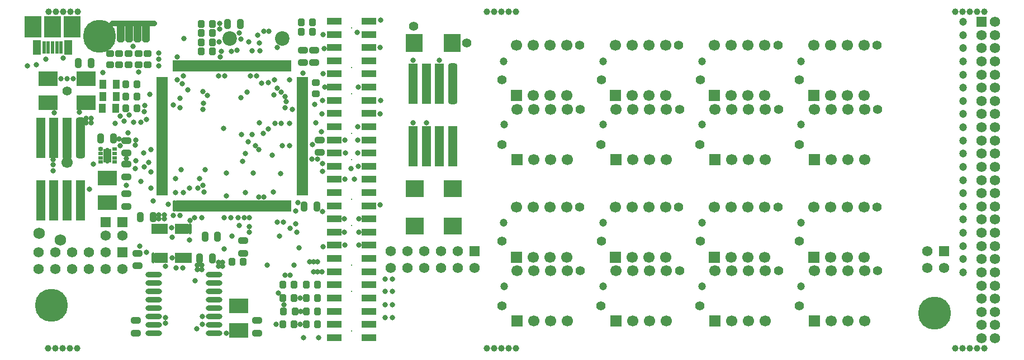
<source format=gts>
G04*
G04 #@! TF.GenerationSoftware,Altium Limited,Altium Designer,20.1.11 (218)*
G04*
G04 Layer_Color=8388736*
%FSAX42Y42*%
%MOMM*%
G71*
G04*
G04 #@! TF.SameCoordinates,67978BD1-B2E9-4B08-9179-9D8DA7AD3022*
G04*
G04*
G04 #@! TF.FilePolarity,Negative*
G04*
G01*
G75*
%ADD17C,0.86*%
%ADD18R,1.30X2.20*%
G04:AMPARAMS|DCode=19|XSize=6.2mm|YSize=1.4mm|CornerRadius=0.4mm|HoleSize=0mm|Usage=FLASHONLY|Rotation=270.000|XOffset=0mm|YOffset=0mm|HoleType=Round|Shape=RoundedRectangle|*
%AMROUNDEDRECTD19*
21,1,6.20,0.60,0,0,270.0*
21,1,5.40,1.40,0,0,270.0*
1,1,0.80,-0.30,-2.70*
1,1,0.80,-0.30,2.70*
1,1,0.80,0.30,2.70*
1,1,0.80,0.30,-2.70*
%
%ADD19ROUNDEDRECTD19*%
%ADD20R,1.40X6.20*%
%ADD21R,2.30X1.09*%
%ADD22R,2.70X2.50*%
%ADD23R,2.50X2.70*%
%ADD24R,3.00X2.20*%
G04:AMPARAMS|DCode=25|XSize=1mm|YSize=1.5mm|CornerRadius=0.3mm|HoleSize=0mm|Usage=FLASHONLY|Rotation=180.000|XOffset=0mm|YOffset=0mm|HoleType=Round|Shape=RoundedRectangle|*
%AMROUNDEDRECTD25*
21,1,1.00,0.90,0,0,180.0*
21,1,0.40,1.50,0,0,180.0*
1,1,0.60,-0.20,0.45*
1,1,0.60,0.20,0.45*
1,1,0.60,0.20,-0.45*
1,1,0.60,-0.20,-0.45*
%
%ADD25ROUNDEDRECTD25*%
G04:AMPARAMS|DCode=26|XSize=1mm|YSize=1.5mm|CornerRadius=0.3mm|HoleSize=0mm|Usage=FLASHONLY|Rotation=90.000|XOffset=0mm|YOffset=0mm|HoleType=Round|Shape=RoundedRectangle|*
%AMROUNDEDRECTD26*
21,1,1.00,0.90,0,0,90.0*
21,1,0.40,1.50,0,0,90.0*
1,1,0.60,0.45,0.20*
1,1,0.60,0.45,-0.20*
1,1,0.60,-0.45,-0.20*
1,1,0.60,-0.45,0.20*
%
%ADD26ROUNDEDRECTD26*%
%ADD27R,1.09X1.47*%
%ADD28R,0.70X0.60*%
%ADD29R,1.30X2.10*%
G04:AMPARAMS|DCode=30|XSize=0.6mm|YSize=0.7mm|CornerRadius=0.2mm|HoleSize=0mm|Usage=FLASHONLY|Rotation=90.000|XOffset=0mm|YOffset=0mm|HoleType=Round|Shape=RoundedRectangle|*
%AMROUNDEDRECTD30*
21,1,0.60,0.30,0,0,90.0*
21,1,0.20,0.70,0,0,90.0*
1,1,0.40,0.15,0.10*
1,1,0.40,0.15,-0.10*
1,1,0.40,-0.15,-0.10*
1,1,0.40,-0.15,0.10*
%
%ADD30ROUNDEDRECTD30*%
G04:AMPARAMS|DCode=31|XSize=1mm|YSize=1.2mm|CornerRadius=0.3mm|HoleSize=0mm|Usage=FLASHONLY|Rotation=270.000|XOffset=0mm|YOffset=0mm|HoleType=Round|Shape=RoundedRectangle|*
%AMROUNDEDRECTD31*
21,1,1.00,0.60,0,0,270.0*
21,1,0.40,1.20,0,0,270.0*
1,1,0.60,-0.30,-0.20*
1,1,0.60,-0.30,0.20*
1,1,0.60,0.30,0.20*
1,1,0.60,0.30,-0.20*
%
%ADD31ROUNDEDRECTD31*%
G04:AMPARAMS|DCode=32|XSize=1mm|YSize=1.2mm|CornerRadius=0.3mm|HoleSize=0mm|Usage=FLASHONLY|Rotation=180.000|XOffset=0mm|YOffset=0mm|HoleType=Round|Shape=RoundedRectangle|*
%AMROUNDEDRECTD32*
21,1,1.00,0.60,0,0,180.0*
21,1,0.40,1.20,0,0,180.0*
1,1,0.60,-0.20,0.30*
1,1,0.60,0.20,0.30*
1,1,0.60,0.20,-0.30*
1,1,0.60,-0.20,-0.30*
%
%ADD32ROUNDEDRECTD32*%
%ADD33R,0.50X1.65*%
G04:AMPARAMS|DCode=34|XSize=0.5mm|YSize=1.65mm|CornerRadius=0.18mm|HoleSize=0mm|Usage=FLASHONLY|Rotation=0.000|XOffset=0mm|YOffset=0mm|HoleType=Round|Shape=RoundedRectangle|*
%AMROUNDEDRECTD34*
21,1,0.50,1.30,0,0,0.0*
21,1,0.15,1.65,0,0,0.0*
1,1,0.35,0.08,-0.65*
1,1,0.35,-0.08,-0.65*
1,1,0.35,-0.08,0.65*
1,1,0.35,0.08,0.65*
%
%ADD34ROUNDEDRECTD34*%
%ADD35R,0.55X1.80*%
%ADD36R,1.80X0.55*%
%ADD37O,0.55X1.80*%
%ADD38O,2.50X0.80*%
G04:AMPARAMS|DCode=39|XSize=2.74mm|YSize=1.12mm|CornerRadius=0mm|HoleSize=0mm|Usage=FLASHONLY|Rotation=90.000|XOffset=0mm|YOffset=0mm|HoleType=Round|Shape=Octagon|*
%AMOCTAGOND39*
4,1,8,0.28,1.37,-0.28,1.37,-0.56,1.09,-0.56,-1.09,-0.28,-1.37,0.28,-1.37,0.56,-1.09,0.56,1.09,0.28,1.37,0.0*
%
%ADD39OCTAGOND39*%

%ADD40R,2.60X3.20*%
%ADD41R,0.60X1.95*%
%ADD42C,5.00*%
%ADD43R,1.70X1.70*%
%ADD44C,1.70*%
%ADD45C,0.20*%
%ADD46C,2.20*%
%ADD47C,1.57*%
%ADD48R,1.57X1.57*%
%ADD49R,1.57X1.57*%
%ADD50C,1.73*%
%ADD51C,1.40*%
%ADD52C,1.20*%
%ADD53C,0.80*%
%ADD54C,0.70*%
%ADD55C,1.30*%
%ADD56C,1.00*%
D17*
X019974Y006959D02*
X020609D01*
D18*
X018830Y006596D02*
D03*
X019300Y006596D02*
D03*
D19*
X019485Y005226D02*
D03*
X025125Y006046D02*
D03*
D20*
X019285Y005226D02*
D03*
X019085D02*
D03*
X018885D02*
D03*
X019485Y004276D02*
D03*
X019285D02*
D03*
X019085D02*
D03*
X018885D02*
D03*
X024925Y006046D02*
D03*
X024725D02*
D03*
X024525D02*
D03*
X025125Y005096D02*
D03*
X024925D02*
D03*
X024725D02*
D03*
X024525D02*
D03*
D21*
X023330Y002396D02*
D03*
X023860D02*
D03*
X023330Y002596D02*
D03*
X023860D02*
D03*
X023330Y002796D02*
D03*
X023860D02*
D03*
X023330Y002996D02*
D03*
X023860D02*
D03*
X023330Y003796D02*
D03*
X023860D02*
D03*
X023330Y003196D02*
D03*
X023860D02*
D03*
X023330Y003396D02*
D03*
X023860D02*
D03*
X023330Y002196D02*
D03*
X023860D02*
D03*
X023330Y003596D02*
D03*
X023860D02*
D03*
X023330Y003996D02*
D03*
X023860D02*
D03*
X023860Y004196D02*
D03*
X023330D02*
D03*
X023860Y004996D02*
D03*
X023330D02*
D03*
X023860Y004796D02*
D03*
X023330D02*
D03*
X023860Y004596D02*
D03*
X023330D02*
D03*
X023860Y004396D02*
D03*
X023330D02*
D03*
X023860Y006996D02*
D03*
X023330D02*
D03*
Y006596D02*
D03*
Y006196D02*
D03*
Y006796D02*
D03*
X023860Y005196D02*
D03*
X023330D02*
D03*
X023860Y005996D02*
D03*
X023330D02*
D03*
X023860Y005396D02*
D03*
X023330D02*
D03*
Y005796D02*
D03*
X023860D02*
D03*
X023330Y006396D02*
D03*
X023860Y006196D02*
D03*
Y006396D02*
D03*
Y006796D02*
D03*
Y006596D02*
D03*
Y005596D02*
D03*
X023330D02*
D03*
D22*
X024555Y003886D02*
D03*
Y004456D02*
D03*
X025125Y003886D02*
D03*
Y004456D02*
D03*
D23*
X025115Y006666D02*
D03*
X024545D02*
D03*
D24*
X018995Y005756D02*
D03*
Y006125D02*
D03*
X019575Y005756D02*
D03*
Y006125D02*
D03*
X019895Y004615D02*
D03*
Y004246D02*
D03*
X021885Y002306D02*
D03*
Y002675D02*
D03*
D25*
X021375Y003726D02*
D03*
X021565D02*
D03*
X023065Y004186D02*
D03*
X022875D02*
D03*
X021905Y006956D02*
D03*
X021715D02*
D03*
X019645Y006356D02*
D03*
X019455D02*
D03*
X021295Y003396D02*
D03*
X021485D02*
D03*
X019795Y005216D02*
D03*
X019985D02*
D03*
X020395Y004026D02*
D03*
X020585D02*
D03*
D26*
X020185Y004376D02*
D03*
Y004186D02*
D03*
X023025Y006366D02*
D03*
Y006556D02*
D03*
X021955Y003476D02*
D03*
Y003666D02*
D03*
X023115Y005196D02*
D03*
Y005006D02*
D03*
X022855Y006366D02*
D03*
Y006556D02*
D03*
X022165Y002266D02*
D03*
Y002456D02*
D03*
X020325Y002456D02*
D03*
Y002266D02*
D03*
X020185Y004826D02*
D03*
Y004636D02*
D03*
Y005186D02*
D03*
Y004996D02*
D03*
X020355Y003286D02*
D03*
Y003476D02*
D03*
D27*
X019822Y005676D02*
D03*
X020025D02*
D03*
X019825Y006036D02*
D03*
X020028D02*
D03*
X019825Y005856D02*
D03*
X020028D02*
D03*
D28*
X019790Y004924D02*
D03*
Y004989D02*
D03*
X020000Y004859D02*
D03*
X019790D02*
D03*
X020000Y005054D02*
D03*
Y004924D02*
D03*
Y004989D02*
D03*
D29*
X019895Y004956D02*
D03*
D30*
X019790Y005054D02*
D03*
D31*
X019935Y006506D02*
D03*
Y006336D02*
D03*
X020075Y006336D02*
D03*
Y006506D02*
D03*
X020215Y006336D02*
D03*
Y006506D02*
D03*
X020365Y006506D02*
D03*
Y006336D02*
D03*
X020505Y006506D02*
D03*
Y006336D02*
D03*
X023055Y005896D02*
D03*
Y006066D02*
D03*
D32*
X021315Y006816D02*
D03*
X021485D02*
D03*
X021315Y006956D02*
D03*
X021485D02*
D03*
X023005Y006836D02*
D03*
X022835D02*
D03*
Y006976D02*
D03*
X023005D02*
D03*
X020175Y005676D02*
D03*
X020345D02*
D03*
X020175Y006036D02*
D03*
X020345D02*
D03*
X020175Y005856D02*
D03*
X020345D02*
D03*
X021315Y006676D02*
D03*
X021485D02*
D03*
X021315Y006536D02*
D03*
X021485D02*
D03*
X021955Y003346D02*
D03*
X021785D02*
D03*
X022725Y002996D02*
D03*
X022555D02*
D03*
X023075D02*
D03*
X022905D02*
D03*
X022725Y002796D02*
D03*
X022555D02*
D03*
X023075D02*
D03*
X022905D02*
D03*
X022735Y002596D02*
D03*
X022565D02*
D03*
X023075D02*
D03*
X022905D02*
D03*
X022725Y002396D02*
D03*
X022555D02*
D03*
X023075D02*
D03*
X022905D02*
D03*
D33*
X021045Y003846D02*
D03*
X021145Y003406D02*
D03*
X020995Y003846D02*
D03*
X020945D02*
D03*
Y003406D02*
D03*
X021045D02*
D03*
X021095D02*
D03*
X020995D02*
D03*
X021095Y003846D02*
D03*
X020685Y003406D02*
D03*
X020585Y003846D02*
D03*
X020735Y003406D02*
D03*
X020785D02*
D03*
Y003846D02*
D03*
X020685D02*
D03*
X020635D02*
D03*
Y003406D02*
D03*
X020735Y003846D02*
D03*
D34*
X021145D02*
D03*
X020585Y003406D02*
D03*
D35*
X021258Y004189D02*
D03*
X021308D02*
D03*
X021608D02*
D03*
X021308Y006314D02*
D03*
X021058D02*
D03*
X021208Y004189D02*
D03*
X022108D02*
D03*
X022008D02*
D03*
X022558Y006314D02*
D03*
X021008D02*
D03*
X021358Y004189D02*
D03*
X021408D02*
D03*
X021458Y006314D02*
D03*
X021508D02*
D03*
X022308Y004189D02*
D03*
X022258D02*
D03*
X022208D02*
D03*
X022158D02*
D03*
X021508D02*
D03*
X021458D02*
D03*
X021558D02*
D03*
X021958D02*
D03*
X022008Y006314D02*
D03*
X022058D02*
D03*
X022208D02*
D03*
X022258D02*
D03*
X022308D02*
D03*
X022358D02*
D03*
X022408D02*
D03*
X022458D02*
D03*
X021658D02*
D03*
X021708D02*
D03*
X021758D02*
D03*
X021808D02*
D03*
X021858D02*
D03*
X021908D02*
D03*
X021958D02*
D03*
X021108Y004189D02*
D03*
X021058D02*
D03*
X021008D02*
D03*
X020958D02*
D03*
X021108Y006314D02*
D03*
X021158D02*
D03*
X021358D02*
D03*
X021408D02*
D03*
X022608D02*
D03*
X022658D02*
D03*
X021908Y004189D02*
D03*
X021858D02*
D03*
X021808D02*
D03*
X021758D02*
D03*
X022658D02*
D03*
X022608D02*
D03*
X022558D02*
D03*
X022408D02*
D03*
X022508D02*
D03*
X021158D02*
D03*
X021708D02*
D03*
X022358D02*
D03*
X022108Y006314D02*
D03*
X021558D02*
D03*
X020908D02*
D03*
X022458Y004189D02*
D03*
X020958Y006314D02*
D03*
X021208D02*
D03*
X021258D02*
D03*
X021608D02*
D03*
X022158D02*
D03*
X022508D02*
D03*
X022058Y004189D02*
D03*
X021658D02*
D03*
D36*
X022845Y004626D02*
D03*
Y004676D02*
D03*
Y004826D02*
D03*
Y004876D02*
D03*
Y004926D02*
D03*
X020720Y005426D02*
D03*
Y004876D02*
D03*
Y004826D02*
D03*
Y004926D02*
D03*
Y006126D02*
D03*
Y004426D02*
D03*
Y004676D02*
D03*
Y005626D02*
D03*
Y005826D02*
D03*
X022845Y006076D02*
D03*
X020720Y005726D02*
D03*
Y005676D02*
D03*
Y006076D02*
D03*
Y004726D02*
D03*
Y004776D02*
D03*
X022845D02*
D03*
Y004726D02*
D03*
Y006026D02*
D03*
X020720Y004576D02*
D03*
Y004626D02*
D03*
X022845Y005276D02*
D03*
Y005226D02*
D03*
Y005176D02*
D03*
Y005026D02*
D03*
Y004976D02*
D03*
X020720D02*
D03*
Y005126D02*
D03*
Y005176D02*
D03*
Y005226D02*
D03*
Y005276D02*
D03*
Y005326D02*
D03*
Y005376D02*
D03*
X022845D02*
D03*
Y005326D02*
D03*
Y005926D02*
D03*
Y005876D02*
D03*
Y005826D02*
D03*
Y005776D02*
D03*
Y005726D02*
D03*
Y005676D02*
D03*
Y005526D02*
D03*
Y005476D02*
D03*
Y005426D02*
D03*
X020720Y004476D02*
D03*
Y004526D02*
D03*
X022845Y004576D02*
D03*
Y004526D02*
D03*
X020720Y005976D02*
D03*
Y006026D02*
D03*
Y005776D02*
D03*
Y005926D02*
D03*
X022845Y004376D02*
D03*
Y004476D02*
D03*
Y005126D02*
D03*
Y005626D02*
D03*
Y006126D02*
D03*
X020720Y005526D02*
D03*
Y005026D02*
D03*
Y004376D02*
D03*
Y005076D02*
D03*
Y005476D02*
D03*
Y005576D02*
D03*
Y005876D02*
D03*
X022845Y005976D02*
D03*
Y005576D02*
D03*
Y005076D02*
D03*
Y004426D02*
D03*
D37*
X020908Y004189D02*
D03*
D38*
X021515Y002265D02*
D03*
Y003027D02*
D03*
Y003154D02*
D03*
Y002900D02*
D03*
Y002773D02*
D03*
Y002646D02*
D03*
Y002519D02*
D03*
Y002392D02*
D03*
X020600Y002900D02*
D03*
Y002773D02*
D03*
Y002646D02*
D03*
Y002519D02*
D03*
Y002392D02*
D03*
Y003027D02*
D03*
Y002265D02*
D03*
Y003154D02*
D03*
D39*
X020228Y006807D02*
D03*
X020355D02*
D03*
X020482D02*
D03*
X020101D02*
D03*
D40*
X019065Y006909D02*
D03*
X018768D02*
D03*
X019363D02*
D03*
D41*
X019130Y006596D02*
D03*
X019065D02*
D03*
X018935D02*
D03*
X019195D02*
D03*
X019000D02*
D03*
D42*
X019775Y006766D02*
D03*
X019045Y002686D02*
D03*
X032425Y002566D02*
D03*
D43*
X030592Y003418D02*
D03*
X030601Y002446D02*
D03*
X027601Y004896D02*
D03*
X027592Y005868D02*
D03*
X029101Y004896D02*
D03*
X029092Y005868D02*
D03*
X030601Y004896D02*
D03*
X030592Y005868D02*
D03*
X026101Y002446D02*
D03*
X026092Y003418D02*
D03*
X027601Y002446D02*
D03*
X027592Y003418D02*
D03*
X029101Y002446D02*
D03*
X029092Y003418D02*
D03*
X026092Y005868D02*
D03*
X026101Y004896D02*
D03*
D44*
X030846Y003418D02*
D03*
X031100D02*
D03*
X031354D02*
D03*
X030592Y004180D02*
D03*
X030846D02*
D03*
X031100D02*
D03*
X031354D02*
D03*
X030855Y002446D02*
D03*
X031109D02*
D03*
X031363D02*
D03*
X030601Y003208D02*
D03*
X030855D02*
D03*
X031109D02*
D03*
X031363D02*
D03*
X028363Y005658D02*
D03*
X028109D02*
D03*
X027855D02*
D03*
X027601D02*
D03*
X028363Y004896D02*
D03*
X028109D02*
D03*
X027855D02*
D03*
X028354Y006630D02*
D03*
X028100D02*
D03*
X027846D02*
D03*
X027592D02*
D03*
X028354Y005868D02*
D03*
X028100D02*
D03*
X027846D02*
D03*
X029863Y005658D02*
D03*
X029609D02*
D03*
X029355D02*
D03*
X029101D02*
D03*
X029863Y004896D02*
D03*
X029609D02*
D03*
X029355D02*
D03*
X029854Y006630D02*
D03*
X029600D02*
D03*
X029346D02*
D03*
X029092D02*
D03*
X029854Y005868D02*
D03*
X029600D02*
D03*
X029346D02*
D03*
X030855Y004896D02*
D03*
X031109D02*
D03*
X031363D02*
D03*
X030601Y005658D02*
D03*
X030855D02*
D03*
X031109D02*
D03*
X031363D02*
D03*
X030846Y005868D02*
D03*
X031100D02*
D03*
X031354D02*
D03*
X030592Y006630D02*
D03*
X030846D02*
D03*
X031100D02*
D03*
X031354D02*
D03*
X026355Y002446D02*
D03*
X026609D02*
D03*
X026863D02*
D03*
X026101Y003208D02*
D03*
X026355D02*
D03*
X026609D02*
D03*
X026863D02*
D03*
X026346Y003418D02*
D03*
X026600D02*
D03*
X026854D02*
D03*
X026092Y004180D02*
D03*
X026346D02*
D03*
X026600D02*
D03*
X026854D02*
D03*
X027855Y002446D02*
D03*
X028109D02*
D03*
X028363D02*
D03*
X027601Y003208D02*
D03*
X027855D02*
D03*
X028109D02*
D03*
X028363D02*
D03*
X027846Y003418D02*
D03*
X028100D02*
D03*
X028354D02*
D03*
X027592Y004180D02*
D03*
X027846D02*
D03*
X028100D02*
D03*
X028354D02*
D03*
X029863Y003208D02*
D03*
X029609D02*
D03*
X029355D02*
D03*
X029101D02*
D03*
X029863Y002446D02*
D03*
X029609D02*
D03*
X029355D02*
D03*
X029854Y004180D02*
D03*
X029600D02*
D03*
X029346D02*
D03*
X029092D02*
D03*
X029854Y003418D02*
D03*
X029600D02*
D03*
X029346D02*
D03*
X026346Y005868D02*
D03*
X026600D02*
D03*
X026854D02*
D03*
X026092Y006630D02*
D03*
X026346D02*
D03*
X026600D02*
D03*
X026854D02*
D03*
X026355Y004896D02*
D03*
X026609D02*
D03*
X026863D02*
D03*
X026101Y005658D02*
D03*
X026355D02*
D03*
X026609D02*
D03*
X026863D02*
D03*
X019285Y004856D02*
D03*
D45*
X023595Y002896D02*
D03*
Y003296D02*
D03*
Y003896D02*
D03*
Y002296D02*
D03*
X023595Y004896D02*
D03*
Y004296D02*
D03*
X023595Y005296D02*
D03*
Y006896D02*
D03*
Y006296D02*
D03*
Y005896D02*
D03*
D46*
X022543Y006736D02*
D03*
X021745D02*
D03*
D47*
X018856Y003493D02*
D03*
Y003239D02*
D03*
X019872Y003493D02*
D03*
Y003239D02*
D03*
X020126D02*
D03*
X019110Y003493D02*
D03*
Y003239D02*
D03*
X019364Y003493D02*
D03*
Y003239D02*
D03*
X019618Y003493D02*
D03*
Y003239D02*
D03*
X019865Y003746D02*
D03*
X020125D02*
D03*
X024945Y003504D02*
D03*
Y003250D02*
D03*
X024691Y003504D02*
D03*
Y003250D02*
D03*
X025453D02*
D03*
X025199Y003504D02*
D03*
Y003250D02*
D03*
X024183Y003504D02*
D03*
Y003250D02*
D03*
X024437Y003504D02*
D03*
Y003250D02*
D03*
X032311D02*
D03*
Y003504D02*
D03*
X032565Y003250D02*
D03*
X033135Y003186D02*
D03*
X033335Y003186D02*
D03*
Y002986D02*
D03*
X033135Y002786D02*
D03*
X033335Y002786D02*
D03*
Y002586D02*
D03*
Y002386D02*
D03*
X033135Y002186D02*
D03*
X033335Y002186D02*
D03*
X033135Y002586D02*
D03*
Y002386D02*
D03*
Y002986D02*
D03*
Y003786D02*
D03*
X033335Y003786D02*
D03*
X033135Y003586D02*
D03*
X033335Y003586D02*
D03*
X033135Y003386D02*
D03*
X033335Y003386D02*
D03*
Y006986D02*
D03*
X033135Y006586D02*
D03*
X033335D02*
D03*
X033135Y006186D02*
D03*
X033335D02*
D03*
X033135Y005786D02*
D03*
X033335D02*
D03*
X033135Y005386D02*
D03*
X033335D02*
D03*
X033135Y004986D02*
D03*
X033335Y004986D02*
D03*
X033135Y004586D02*
D03*
X033335Y004586D02*
D03*
X033135Y004186D02*
D03*
X033335Y004186D02*
D03*
X033135Y006786D02*
D03*
X033335D02*
D03*
X033135Y006386D02*
D03*
X033335D02*
D03*
X033135Y005986D02*
D03*
X033335D02*
D03*
X033135Y005586D02*
D03*
X033335D02*
D03*
X033135Y005186D02*
D03*
X033335D02*
D03*
X033135Y004786D02*
D03*
X033335D02*
D03*
X033135Y004386D02*
D03*
X033335Y004386D02*
D03*
X033135Y003986D02*
D03*
X033335Y003986D02*
D03*
D48*
X020126Y003493D02*
D03*
X019865Y003946D02*
D03*
X020125D02*
D03*
X025453Y003504D02*
D03*
X032565D02*
D03*
D49*
X033135Y006986D02*
D03*
D50*
X018865Y003776D02*
D03*
X019185Y003676D02*
D03*
D51*
X030375Y003656D02*
D03*
X030372Y002677D02*
D03*
X031551Y004178D02*
D03*
X031561Y003208D02*
D03*
X028561Y005658D02*
D03*
X028551Y006628D02*
D03*
X024535Y006916D02*
D03*
X027372Y005127D02*
D03*
X027375Y006106D02*
D03*
X030061Y005658D02*
D03*
X030051Y006628D02*
D03*
X028872Y005127D02*
D03*
X028875Y006106D02*
D03*
X031561Y005658D02*
D03*
X031551Y006628D02*
D03*
X030372Y005127D02*
D03*
X030375Y006106D02*
D03*
X027061Y003208D02*
D03*
X027051Y004178D02*
D03*
X025872Y002677D02*
D03*
X025875Y003656D02*
D03*
X028561Y003208D02*
D03*
X028551Y004178D02*
D03*
X027372Y002677D02*
D03*
X027375Y003656D02*
D03*
X025335Y006666D02*
D03*
X028872Y002677D02*
D03*
X030061Y003208D02*
D03*
X030051Y004178D02*
D03*
X028875Y003656D02*
D03*
X025875Y006106D02*
D03*
X025872Y005127D02*
D03*
X027051Y006628D02*
D03*
X027061Y005658D02*
D03*
X019285Y005936D02*
D03*
D52*
X030401Y003938D02*
D03*
X030402Y002977D02*
D03*
X032855Y006386D02*
D03*
Y006586D02*
D03*
X025902Y002977D02*
D03*
X025901Y003938D02*
D03*
X025902Y005427D02*
D03*
X027402Y002977D02*
D03*
X027401Y003938D02*
D03*
X027402Y005427D02*
D03*
X025901Y006388D02*
D03*
X027401D02*
D03*
X028902Y002977D02*
D03*
X028901Y003938D02*
D03*
X028902Y005427D02*
D03*
X028901Y006388D02*
D03*
X030402Y005427D02*
D03*
X030401Y006388D02*
D03*
X032855Y005986D02*
D03*
Y006186D02*
D03*
Y005586D02*
D03*
Y005786D02*
D03*
Y005186D02*
D03*
Y005386D02*
D03*
Y004786D02*
D03*
Y004986D02*
D03*
Y003186D02*
D03*
Y003386D02*
D03*
Y003586D02*
D03*
Y003786D02*
D03*
Y003986D02*
D03*
Y004186D02*
D03*
Y004386D02*
D03*
Y004586D02*
D03*
Y006786D02*
D03*
Y006986D02*
D03*
D53*
X024105Y002896D02*
D03*
X024215D02*
D03*
X024105Y002696D02*
D03*
X024215D02*
D03*
X024105Y002496D02*
D03*
X024215D02*
D03*
X020555Y004466D02*
D03*
X020405Y004566D02*
D03*
X020895Y004046D02*
D03*
X020815Y004216D02*
D03*
X024215Y003086D02*
D03*
X024105D02*
D03*
X023075Y003196D02*
D03*
X023485Y003996D02*
D03*
Y003796D02*
D03*
X022955Y003346D02*
D03*
X023495Y003596D02*
D03*
X022865Y002196D02*
D03*
X023145Y003196D02*
D03*
X023098Y002196D02*
D03*
X023705Y003796D02*
D03*
Y003596D02*
D03*
X023015Y003196D02*
D03*
Y003346D02*
D03*
X023705Y003996D02*
D03*
X023075Y003346D02*
D03*
X024925Y006406D02*
D03*
X024525D02*
D03*
X024725Y005456D02*
D03*
X024525D02*
D03*
X020185Y004506D02*
D03*
X020085Y005106D02*
D03*
X020955Y006456D02*
D03*
X020185Y004916D02*
D03*
X020285Y006616D02*
D03*
X020995Y005826D02*
D03*
Y005686D02*
D03*
X020465Y005716D02*
D03*
X020485Y005506D02*
D03*
X021965Y004016D02*
D03*
X021015Y004746D02*
D03*
X020925Y004606D02*
D03*
X021325Y003226D02*
D03*
Y003296D02*
D03*
X021255Y003226D02*
D03*
Y003296D02*
D03*
X019075Y004726D02*
D03*
X019075Y004816D02*
D03*
Y004896D02*
D03*
X019092Y005603D02*
D03*
X021635Y003336D02*
D03*
Y003276D02*
D03*
X021575Y003336D02*
D03*
Y003276D02*
D03*
X019475Y005616D02*
D03*
X019575Y005456D02*
D03*
X019645D02*
D03*
X019575Y005526D02*
D03*
X019645D02*
D03*
X022565Y003945D02*
D03*
X024025Y004212D02*
D03*
X020865Y003864D02*
D03*
X020445Y004996D02*
D03*
X020585Y004266D02*
D03*
X020675Y004056D02*
D03*
X020755D02*
D03*
X020675Y003996D02*
D03*
Y006416D02*
D03*
X021295Y004606D02*
D03*
X022855Y006209D02*
D03*
X022065Y006169D02*
D03*
X021045Y004398D02*
D03*
X023165Y006796D02*
D03*
X021575Y006169D02*
D03*
X022725Y003296D02*
D03*
X020385Y003586D02*
D03*
X020755Y003996D02*
D03*
X021666Y003537D02*
D03*
X022010Y005918D02*
D03*
X023005Y005126D02*
D03*
X022195Y005456D02*
D03*
X021765Y004016D02*
D03*
X020675Y006316D02*
D03*
X020225Y005577D02*
D03*
X022795Y003556D02*
D03*
X021695Y004696D02*
D03*
X022105D02*
D03*
X022515Y004686D02*
D03*
X023155Y004106D02*
D03*
X023055Y005456D02*
D03*
X022465Y003945D02*
D03*
X023165Y003576D02*
D03*
X023495Y005196D02*
D03*
X023685D02*
D03*
X022505Y003736D02*
D03*
X023685Y004996D02*
D03*
X023505D02*
D03*
X023695Y004796D02*
D03*
X023585Y004756D02*
D03*
X023635Y004596D02*
D03*
X023155Y004836D02*
D03*
X023155Y004716D02*
D03*
X023495Y004596D02*
D03*
X022405Y004406D02*
D03*
X022395Y004966D02*
D03*
X022745Y004116D02*
D03*
X022785Y004246D02*
D03*
X021695Y004341D02*
D03*
X021985Y004986D02*
D03*
X022189Y005046D02*
D03*
X021985Y004396D02*
D03*
X022235Y006056D02*
D03*
X021353Y005747D02*
D03*
X023696Y006000D02*
D03*
X021345Y005656D02*
D03*
X023185Y005996D02*
D03*
X022335Y006066D02*
D03*
X021115Y005956D02*
D03*
X020535Y005888D02*
D03*
X021408Y005871D02*
D03*
X021341Y005929D02*
D03*
X020955Y006106D02*
D03*
X021025Y006044D02*
D03*
X021335Y002516D02*
D03*
Y002396D02*
D03*
X021265Y004466D02*
D03*
X021135D02*
D03*
X023075Y004902D02*
D03*
X022993D02*
D03*
X023689Y005393D02*
D03*
X023135Y005316D02*
D03*
X020995Y004046D02*
D03*
X021149Y003970D02*
D03*
X021215Y004016D02*
D03*
X022655Y005446D02*
D03*
X022525D02*
D03*
X022435D02*
D03*
X022695Y005656D02*
D03*
X022585Y005686D02*
D03*
X022603Y005774D02*
D03*
X022585Y005856D02*
D03*
X022465Y005976D02*
D03*
X022427Y006106D02*
D03*
X022255Y005290D02*
D03*
X022334Y005357D02*
D03*
X021895Y006816D02*
D03*
X021915Y006726D02*
D03*
X021855Y006556D02*
D03*
X021775Y006536D02*
D03*
X021585Y006686D02*
D03*
X021625Y006536D02*
D03*
X021605Y006456D02*
D03*
X020405Y005466D02*
D03*
X020292Y005460D02*
D03*
X020145Y005476D02*
D03*
X020205Y005306D02*
D03*
X020325Y005196D02*
D03*
X020315Y005116D02*
D03*
X020517Y004855D02*
D03*
X022465Y006596D02*
D03*
X022345Y006846D02*
D03*
X022265D02*
D03*
X022175Y006786D02*
D03*
X022195Y006666D02*
D03*
X022205Y006546D02*
D03*
X022085Y006546D02*
D03*
X022035Y006686D02*
D03*
X021874Y004016D02*
D03*
X022745Y003926D02*
D03*
X022137Y005106D02*
D03*
X022545D02*
D03*
X022025Y005166D02*
D03*
X021925Y005276D02*
D03*
X022085D02*
D03*
X020325Y004876D02*
D03*
X020315Y004756D02*
D03*
X021895Y003896D02*
D03*
X022655Y006108D02*
D03*
X022763Y003796D02*
D03*
X022045D02*
D03*
X022665Y003856D02*
D03*
X022045Y003876D02*
D03*
X022585Y003146D02*
D03*
X022485Y002876D02*
D03*
X022665Y003146D02*
D03*
X022815Y002796D02*
D03*
X022265Y004326D02*
D03*
X022569Y002691D02*
D03*
X022825Y002596D02*
D03*
X022185Y004332D02*
D03*
X022455Y002396D02*
D03*
X021355Y004406D02*
D03*
X022815Y002396D02*
D03*
X021345Y004506D02*
D03*
X023150Y005796D02*
D03*
X022525Y005916D02*
D03*
X024035Y005796D02*
D03*
X022414Y005876D02*
D03*
X020457Y004788D02*
D03*
X020875Y003716D02*
D03*
Y003406D02*
D03*
X020555Y004706D02*
D03*
X020775Y003276D02*
D03*
X020015Y005446D02*
D03*
X021945Y004866D02*
D03*
X018815Y006336D02*
D03*
X018965Y006416D02*
D03*
X020775Y002496D02*
D03*
Y002416D02*
D03*
X020935Y003256D02*
D03*
X021325Y004016D02*
D03*
X020365Y006226D02*
D03*
X020893Y005724D02*
D03*
X021594Y006958D02*
D03*
X023675Y006826D02*
D03*
X021595Y006876D02*
D03*
X024025Y006596D02*
D03*
Y005593D02*
D03*
X023147D02*
D03*
X018685Y006316D02*
D03*
X019224Y006437D02*
D03*
X019285Y006126D02*
D03*
X019195D02*
D03*
X019375D02*
D03*
X021675Y006169D02*
D03*
X020455Y005626D02*
D03*
X021915Y005836D02*
D03*
X021785Y003736D02*
D03*
X020925Y004398D02*
D03*
X019685Y004826D02*
D03*
X021655Y005366D02*
D03*
X020075Y005206D02*
D03*
X021135Y003676D02*
D03*
X021035Y003256D02*
D03*
X024035Y007011D02*
D03*
X020085Y005556D02*
D03*
X023181Y006579D02*
D03*
X021665Y004016D02*
D03*
X020555Y005046D02*
D03*
X021695Y002266D02*
D03*
X021245Y002326D02*
D03*
X021225Y003056D02*
D03*
X021055Y006736D02*
D03*
X020485Y003486D02*
D03*
X022655Y005106D02*
D03*
X023035Y005736D02*
D03*
X023165Y006196D02*
D03*
X019625Y004446D02*
D03*
X021045Y006169D02*
D03*
X020675Y006516D02*
D03*
X021375Y004746D02*
D03*
X022045Y004016D02*
D03*
X022315Y003296D02*
D03*
X022154Y006168D02*
D03*
X019825Y006216D02*
D03*
D54*
X019895Y004874D02*
D03*
Y005039D02*
D03*
D55*
Y004956D02*
D03*
D56*
X019005Y007136D02*
D03*
X019115D02*
D03*
X019225D02*
D03*
X019335D02*
D03*
X019445D02*
D03*
X026085D02*
D03*
X025975D02*
D03*
X025865D02*
D03*
X025755D02*
D03*
X025645D02*
D03*
X033175D02*
D03*
X033065D02*
D03*
X032955D02*
D03*
X032845D02*
D03*
X032735D02*
D03*
X019435Y002036D02*
D03*
X019325D02*
D03*
X019215D02*
D03*
X019105D02*
D03*
X018995D02*
D03*
X026085D02*
D03*
X025975D02*
D03*
X025865D02*
D03*
X025755D02*
D03*
X025645D02*
D03*
X033175D02*
D03*
X033065D02*
D03*
X032955D02*
D03*
X032845D02*
D03*
X032735D02*
D03*
M02*

</source>
